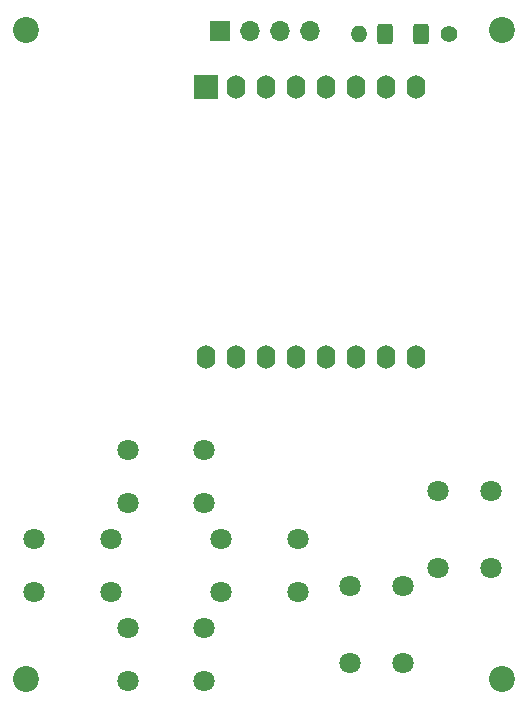
<source format=gbs>
G04 #@! TF.GenerationSoftware,KiCad,Pcbnew,9.0.6*
G04 #@! TF.CreationDate,2025-11-17T18:11:24+05:30*
G04 #@! TF.ProjectId,BloodHound_VENOM,426c6f6f-6448-46f7-956e-645f56454e4f,1*
G04 #@! TF.SameCoordinates,Original*
G04 #@! TF.FileFunction,Soldermask,Bot*
G04 #@! TF.FilePolarity,Negative*
%FSLAX46Y46*%
G04 Gerber Fmt 4.6, Leading zero omitted, Abs format (unit mm)*
G04 Created by KiCad (PCBNEW 9.0.6) date 2025-11-17 18:11:24*
%MOMM*%
%LPD*%
G01*
G04 APERTURE LIST*
G04 Aperture macros list*
%AMRoundRect*
0 Rectangle with rounded corners*
0 $1 Rounding radius*
0 $2 $3 $4 $5 $6 $7 $8 $9 X,Y pos of 4 corners*
0 Add a 4 corners polygon primitive as box body*
4,1,4,$2,$3,$4,$5,$6,$7,$8,$9,$2,$3,0*
0 Add four circle primitives for the rounded corners*
1,1,$1+$1,$2,$3*
1,1,$1+$1,$4,$5*
1,1,$1+$1,$6,$7*
1,1,$1+$1,$8,$9*
0 Add four rect primitives between the rounded corners*
20,1,$1+$1,$2,$3,$4,$5,0*
20,1,$1+$1,$4,$5,$6,$7,0*
20,1,$1+$1,$6,$7,$8,$9,0*
20,1,$1+$1,$8,$9,$2,$3,0*%
G04 Aperture macros list end*
%ADD10C,1.800000*%
%ADD11R,1.700000X1.700000*%
%ADD12O,1.700000X1.700000*%
%ADD13C,2.200000*%
%ADD14R,2.000000X2.000000*%
%ADD15O,1.600000X2.000000*%
%ADD16C,1.400000*%
%ADD17O,1.400000X1.400000*%
%ADD18RoundRect,0.250000X0.400000X0.625000X-0.400000X0.625000X-0.400000X-0.625000X0.400000X-0.625000X0*%
G04 APERTURE END LIST*
D10*
X139240000Y-112010000D03*
X132740000Y-112010000D03*
X139240000Y-116510000D03*
X132740000Y-116510000D03*
X159450000Y-115950000D03*
X159450000Y-122450000D03*
X163950000Y-115950000D03*
X163950000Y-122450000D03*
X166950000Y-107950000D03*
X166950000Y-114450000D03*
X171450000Y-107950000D03*
X171450000Y-114450000D03*
X147150000Y-119550000D03*
X140650000Y-119550000D03*
X147150000Y-124050000D03*
X140650000Y-124050000D03*
X147150000Y-104450000D03*
X140650000Y-104450000D03*
X147150000Y-108950000D03*
X140650000Y-108950000D03*
X155040000Y-112010000D03*
X148540000Y-112010000D03*
X155040000Y-116510000D03*
X148540000Y-116510000D03*
D11*
X148480000Y-69000000D03*
D12*
X151020000Y-69000000D03*
X153560000Y-69000000D03*
X156100000Y-69000000D03*
D13*
X132000000Y-123850000D03*
X172300000Y-123850000D03*
X172300000Y-68900000D03*
X132000000Y-68900000D03*
D14*
X147240000Y-73700000D03*
D15*
X149780000Y-73700000D03*
X152320000Y-73700000D03*
X154860000Y-73700000D03*
X157400000Y-73700000D03*
X159940000Y-73700000D03*
X162480000Y-73700000D03*
X165020000Y-73700000D03*
X165020000Y-96560000D03*
X162480000Y-96560000D03*
X159940000Y-96560000D03*
X157400000Y-96560000D03*
X154860000Y-96560000D03*
X152320000Y-96560000D03*
X149780000Y-96560000D03*
X147240000Y-96560000D03*
D16*
X167810000Y-69200000D03*
D17*
X160190000Y-69200000D03*
D18*
X165500000Y-69200000D03*
X162400000Y-69200000D03*
M02*

</source>
